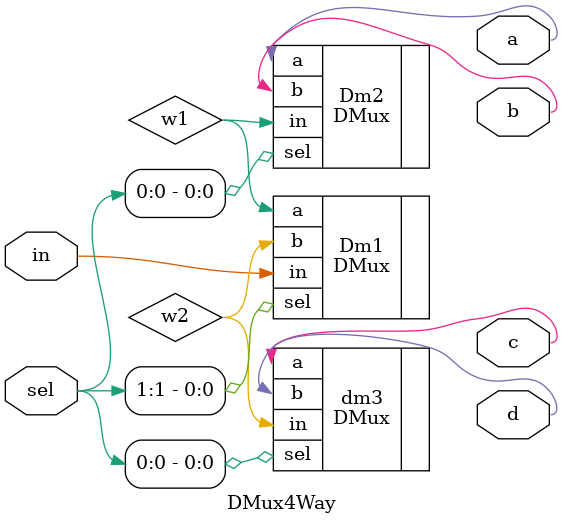
<source format=v>
/**
 * 4-way demultiplexor:
 * {a, b, c, d} = {in, 0, 0, 0} if sel == 00
 *                {0, in, 0, 0} if sel == 01
 *                {0, 0, in, 0} if sel == 10
 *                {0, 0, 0, in} if sel == 11
 */

module DMux4Way(
	input in,
	input [1:0] sel,
    output a,
	output b,
	output c,
	output d
);
	
   wire w1 ,w2;
  DMux Dm1(.in(in),.sel(sel[1]),.a(w1),.b(w2));
  DMux Dm2(.in(w1),.sel(sel[0]),.a(a),.b(b));
  DMux dm3(.in(w2),.sel(sel[0]),.a(c),.b(d));
endmodule

</source>
